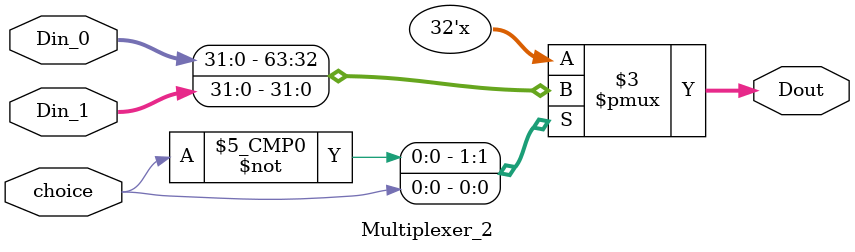
<source format=v>
`timescale 1ns / 1ps


module Multiplexer_2#(parameter N = 32)(Din_0, Din_1, choice, Dout);
    input[N-1:0] Din_0;
    input[N-1:0] Din_1;
    input choice;
    output reg[N-1:0] Dout;
    initial begin
        Dout <= 0;
    end
    always@(*)begin
        case(choice)
            1'b0:Dout = Din_0;
            1'b1:Dout = Din_1;
        endcase
    end
endmodule

</source>
